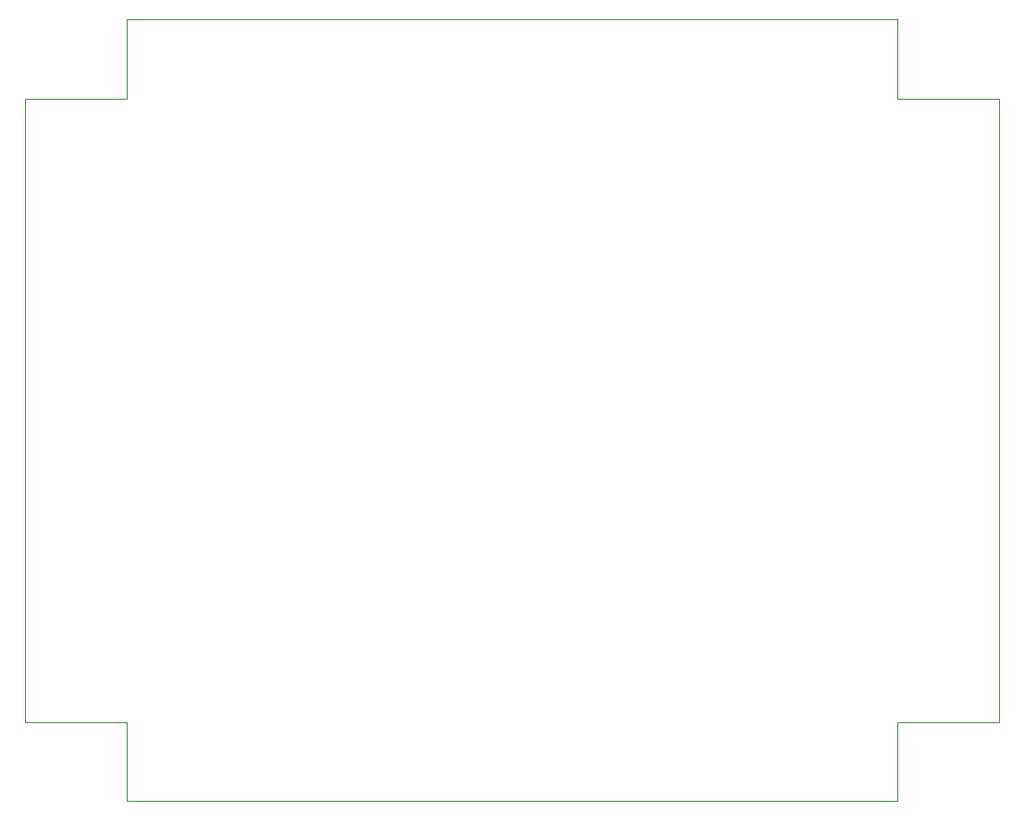
<source format=gbr>
G04 #@! TF.GenerationSoftware,KiCad,Pcbnew,5.1.5+dfsg1-2build2*
G04 #@! TF.CreationDate,2021-12-03T16:32:03-05:00*
G04 #@! TF.ProjectId,battery,62617474-6572-4792-9e6b-696361645f70,rev?*
G04 #@! TF.SameCoordinates,Original*
G04 #@! TF.FileFunction,Profile,NP*
%FSLAX46Y46*%
G04 Gerber Fmt 4.6, Leading zero omitted, Abs format (unit mm)*
G04 Created by KiCad (PCBNEW 5.1.5+dfsg1-2build2) date 2021-12-03 16:32:03*
%MOMM*%
%LPD*%
G04 APERTURE LIST*
%ADD10C,0.050000*%
G04 APERTURE END LIST*
D10*
X187000000Y-65000000D02*
X196000000Y-65000000D01*
X187000000Y-58000000D02*
X187000000Y-65000000D01*
X119000000Y-58000000D02*
X187000000Y-58000000D01*
X119000000Y-65000000D02*
X119000000Y-58000000D01*
X110000000Y-65000000D02*
X119000000Y-65000000D01*
X110000000Y-120000000D02*
X110000000Y-65000000D01*
X119000000Y-120000000D02*
X110000000Y-120000000D01*
X119000000Y-127000000D02*
X119000000Y-120000000D01*
X187000000Y-127000000D02*
X119000000Y-127000000D01*
X187000000Y-120000000D02*
X187000000Y-127000000D01*
X196000000Y-120000000D02*
X187000000Y-120000000D01*
X196000000Y-65000000D02*
X196000000Y-120000000D01*
M02*

</source>
